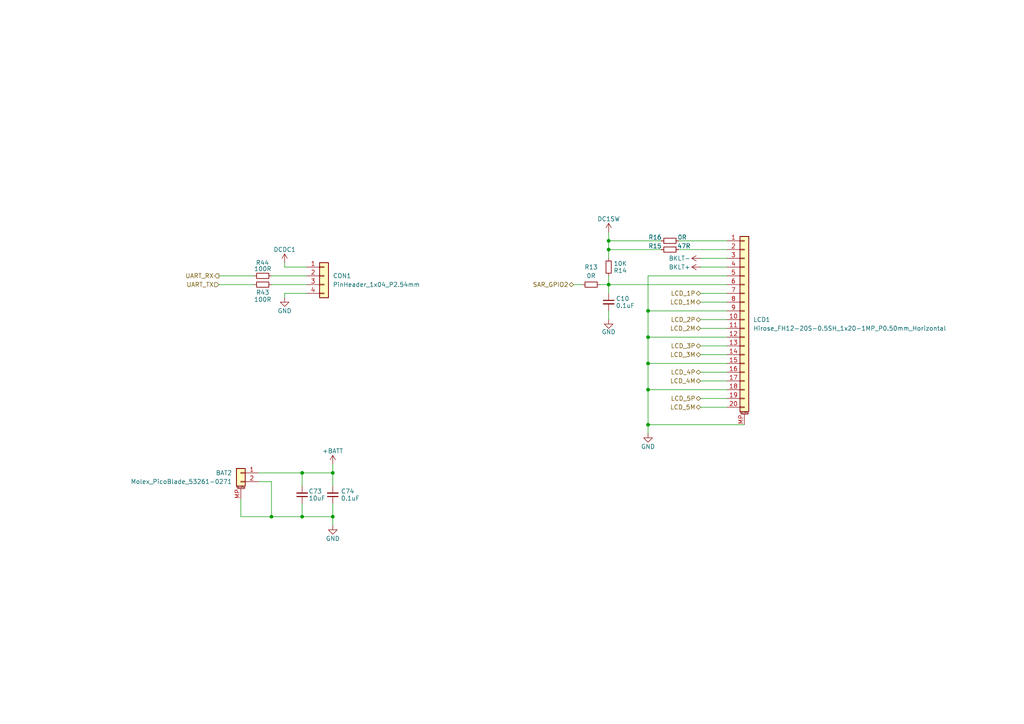
<source format=kicad_sch>
(kicad_sch (version 20231120) (generator "eeschema") (generator_version "8.0")
  (paper "A4")
  (lib_symbols
    (symbol "Connector_Generic:Conn_01x04" (pin_names (offset 1.016) hide)
      (property "Reference" "J" (at 0 5.08 0))
      (property "Value" "Conn_01x04" (at 0 -7.62 0))
      (symbol "Conn_01x04_1_1"
        (rectangle (start -1.27 -4.953) (end 0 -5.207) (stroke (width 0.1524)))
        (rectangle (start -1.27 -2.413) (end 0 -2.667) (stroke (width 0.1524)))
        (rectangle (start -1.27 0.127) (end 0 -0.127) (stroke (width 0.1524)))
        (rectangle (start -1.27 2.667) (end 0 2.413) (stroke (width 0.1524)))
        (rectangle (start -1.27 3.81) (end 1.27 -6.35) (stroke (width 0.254)) (fill (type background)))
        (pin passive line (at -5.08 2.54 0) (length 3.81) (name "Pin_1") (number "1"))
        (pin passive line (at -5.08 0 0) (length 3.81) (name "Pin_2") (number "2"))
        (pin passive line (at -5.08 -2.54 0) (length 3.81) (name "Pin_3") (number "3"))
        (pin passive line (at -5.08 -5.08 0) (length 3.81) (name "Pin_4") (number "4"))
      )
    )
    (symbol "Connector_Generic_MountingPin:Conn_01x02_MountingPin" (pin_names (offset 1.016) hide)
      (property "Reference" "J" (at 0 2.54 0))
      (property "Value" "Conn_01x02_MountingPin" (at 1.27 -5.08 0))
      (symbol "Conn_01x02_MountingPin_1_1"
        (rectangle (start -1.27 -2.413) (end 0 -2.667) (stroke (width 0.1524)))
        (rectangle (start -1.27 0.127) (end 0 -0.127) (stroke (width 0.1524)))
        (rectangle (start -1.27 1.27) (end 1.27 -3.81) (stroke (width 0.254)) (fill (type background)))
        (polyline (pts (xy -1.016 -4.572) (xy 1.016 -4.572)) (stroke (width 0.1524)))
        (text "Mounting" (at 0 -4.191 0) (effects (font (size 0.381 0.381))))
        (pin passive line (at -5.08 0 0) (length 3.81) (name "Pin_1") (number "1"))
        (pin passive line (at -5.08 -2.54 0) (length 3.81) (name "Pin_2") (number "2"))
        (pin passive line (at 0 -7.62 90) (length 3.048) (name "MountPin") (number "MP"))
      )
    )
    (symbol "Connector_Generic_MountingPin:Conn_01x20_MountingPin" (pin_names (offset 1.016) hide)
      (property "Reference" "J" (at 0 25.4 0))
      (property "Value" "Conn_01x20_MountingPin" (at 1.27 -27.94 0))
      (symbol "Conn_01x20_MountingPin_1_1"
        (rectangle (start -1.27 -25.273) (end 0 -25.527) (stroke (width 0.1524)))
        (rectangle (start -1.27 -22.733) (end 0 -22.987) (stroke (width 0.1524)))
        (rectangle (start -1.27 -20.193) (end 0 -20.447) (stroke (width 0.1524)))
        (rectangle (start -1.27 -17.653) (end 0 -17.907) (stroke (width 0.1524)))
        (rectangle (start -1.27 -15.113) (end 0 -15.367) (stroke (width 0.1524)))
        (rectangle (start -1.27 -12.573) (end 0 -12.827) (stroke (width 0.1524)))
        (rectangle (start -1.27 -10.033) (end 0 -10.287) (stroke (width 0.1524)))
        (rectangle (start -1.27 -7.493) (end 0 -7.747) (stroke (width 0.1524)))
        (rectangle (start -1.27 -4.953) (end 0 -5.207) (stroke (width 0.1524)))
        (rectangle (start -1.27 -2.413) (end 0 -2.667) (stroke (width 0.1524)))
        (rectangle (start -1.27 0.127) (end 0 -0.127) (stroke (width 0.1524)))
        (rectangle (start -1.27 2.667) (end 0 2.413) (stroke (width 0.1524)))
        (rectangle (start -1.27 5.207) (end 0 4.953) (stroke (width 0.1524)))
        (rectangle (start -1.27 7.747) (end 0 7.493) (stroke (width 0.1524)))
        (rectangle (start -1.27 10.287) (end 0 10.033) (stroke (width 0.1524)))
        (rectangle (start -1.27 12.827) (end 0 12.573) (stroke (width 0.1524)))
        (rectangle (start -1.27 15.367) (end 0 15.113) (stroke (width 0.1524)))
        (rectangle (start -1.27 17.907) (end 0 17.653) (stroke (width 0.1524)))
        (rectangle (start -1.27 20.447) (end 0 20.193) (stroke (width 0.1524)))
        (rectangle (start -1.27 22.987) (end 0 22.733) (stroke (width 0.1524)))
        (rectangle (start -1.27 24.13) (end 1.27 -26.67) (stroke (width 0.254)) (fill (type background)))
        (polyline (pts (xy -1.016 -27.432) (xy 1.016 -27.432)) (stroke (width 0.1524)))
        (text "Mounting" (at 0 -27.051 0) (effects (font (size 0.381 0.381))))
        (pin passive line (at -5.08 22.86 0) (length 3.81) (name "Pin_1") (number "1"))
        (pin passive line (at -5.08 0 0) (length 3.81) (name "Pin_10") (number "10"))
        (pin passive line (at -5.08 -2.54 0) (length 3.81) (name "Pin_11") (number "11"))
        (pin passive line (at -5.08 -5.08 0) (length 3.81) (name "Pin_12") (number "12"))
        (pin passive line (at -5.08 -7.62 0) (length 3.81) (name "Pin_13") (number "13"))
        (pin passive line (at -5.08 -10.16 0) (length 3.81) (name "Pin_14") (number "14"))
        (pin passive line (at -5.08 -12.7 0) (length 3.81) (name "Pin_15") (number "15"))
        (pin passive line (at -5.08 -15.24 0) (length 3.81) (name "Pin_16") (number "16"))
        (pin passive line (at -5.08 -17.78 0) (length 3.81) (name "Pin_17") (number "17"))
        (pin passive line (at -5.08 -20.32 0) (length 3.81) (name "Pin_18") (number "18"))
        (pin passive line (at -5.08 -22.86 0) (length 3.81) (name "Pin_19") (number "19"))
        (pin passive line (at -5.08 20.32 0) (length 3.81) (name "Pin_2") (number "2"))
        (pin passive line (at -5.08 -25.4 0) (length 3.81) (name "Pin_20") (number "20"))
        (pin passive line (at -5.08 17.78 0) (length 3.81) (name "Pin_3") (number "3"))
        (pin passive line (at -5.08 15.24 0) (length 3.81) (name "Pin_4") (number "4"))
        (pin passive line (at -5.08 12.7 0) (length 3.81) (name "Pin_5") (number "5"))
        (pin passive line (at -5.08 10.16 0) (length 3.81) (name "Pin_6") (number "6"))
        (pin passive line (at -5.08 7.62 0) (length 3.81) (name "Pin_7") (number "7"))
        (pin passive line (at -5.08 5.08 0) (length 3.81) (name "Pin_8") (number "8"))
        (pin passive line (at -5.08 2.54 0) (length 3.81) (name "Pin_9") (number "9"))
        (pin passive line (at 0 -30.48 90) (length 3.048) (name "MountPin") (number "MP"))
      )
    )
    (symbol "Device:C_Small" (pin_numbers hide) (pin_names (offset 0.254) hide)
      (property "Reference" "C" (at 0.254 1.778 0))
      (property "Value" "C_Small" (at 0.254 -2.032 0))
      (symbol "C_Small_0_1"
        (polyline (pts (xy -1.524 -0.508) (xy 1.524 -0.508)) (stroke (width 0.3302)))
        (polyline (pts (xy -1.524 0.508) (xy 1.524 0.508)) (stroke (width 0.3048)))
      )
      (symbol "C_Small_1_1"
        (pin passive line (at 0 2.54 270) (length 2.032) (name "~") (number "1"))
        (pin passive line (at 0 -2.54 90) (length 2.032) (name "~") (number "2"))
      )
    )
    (symbol "Device:R_Small" (pin_numbers hide) (pin_names (offset 0.254) hide)
      (property "Reference" "R" (at 0.762 0.508 0))
      (property "Value" "R_Small" (at 0.762 -1.016 0))
      (symbol "R_Small_0_1"
        (rectangle (start -0.762 1.778) (end 0.762 -1.778) (stroke (width 0.2032)))
      )
      (symbol "R_Small_1_1"
        (pin passive line (at 0 2.54 270) (length 0.762) (name "~") (number "1"))
        (pin passive line (at 0 -2.54 90) (length 0.762) (name "~") (number "2"))
      )
    )
    (symbol "power:+BATT" (power) (pin_numbers hide) (pin_names (offset 0) hide)
      (property "Value" "+BATT" (at 0 3.556 0))
      (symbol "+BATT_0_1"
        (polyline (pts (xy -0.762 1.27) (xy 0 2.54)))
        (polyline (pts (xy 0 0) (xy 0 2.54)))
        (polyline (pts (xy 0 2.54) (xy 0.762 1.27)))
      )
      (symbol "+BATT_1_1"
        (pin power_in line (at 0 0 90) (length 0) (name "~") (number "1"))
      )
    )
    (symbol "power:GND" (power) (pin_numbers hide) (pin_names (offset 0) hide)
      (property "Value" "GND" (at 0 -3.81 0))
      (symbol "GND_0_1"
        (polyline (pts (xy 0 0) (xy 0 -1.27) (xy 1.27 -1.27) (xy 0 -2.54) (xy -1.27 -1.27) (xy 0 -1.27)))
      )
      (symbol "GND_1_1"
        (pin power_in line (at 0 0 270) (length 0) (name "~") (number "1"))
      )
    )
    (symbol "power:VCC" (power) (pin_numbers hide) (pin_names (offset 0) hide)
      (property "Value" "VCC" (at 0 3.556 0))
      (symbol "VCC_0_1"
        (polyline (pts (xy -0.762 1.27) (xy 0 2.54)))
        (polyline (pts (xy 0 0) (xy 0 2.54)))
        (polyline (pts (xy 0 2.54) (xy 0.762 1.27)))
      )
      (symbol "VCC_1_1"
        (pin power_in line (at 0 0 90) (length 0) (name "~") (number "1"))
      )
    )
  )
  (junction (at 176.53 82.55))
  (junction (at 78.74 149.86))
  (junction (at 187.96 113.03))
  (junction (at 187.96 90.17))
  (junction (at 187.96 105.41))
  (junction (at 87.63 149.86))
  (junction (at 96.52 137.16))
  (junction (at 96.52 149.86))
  (junction (at 187.96 97.79))
  (junction (at 176.53 69.85))
  (junction (at 187.96 123.19))
  (junction (at 87.63 137.16))
  (junction (at 176.53 72.39))
  (wire (pts (xy 203.2 95.25) (xy 210.82 95.25)))
  (wire (pts (xy 187.96 123.19) (xy 215.9 123.19)))
  (wire (pts (xy 69.85 149.86) (xy 78.74 149.86)))
  (wire (pts (xy 187.96 97.79) (xy 210.82 97.79)))
  (wire (pts (xy 88.9 85.09) (xy 82.55 85.09)))
  (wire (pts (xy 187.96 97.79) (xy 187.96 105.41)))
  (wire (pts (xy 96.52 146.05) (xy 96.52 149.86)))
  (wire (pts (xy 203.2 107.95) (xy 210.82 107.95)))
  (wire (pts (xy 173.99 82.55) (xy 176.53 82.55)))
  (wire (pts (xy 176.53 72.39) (xy 176.53 74.93)))
  (wire (pts (xy 74.93 139.7) (xy 78.74 139.7)))
  (wire (pts (xy 96.52 152.4) (xy 96.52 149.86)))
  (wire (pts (xy 166.37 82.55) (xy 168.91 82.55)))
  (wire (pts (xy 187.96 123.19) (xy 187.96 125.73)))
  (wire (pts (xy 96.52 134.62) (xy 96.52 137.16)))
  (wire (pts (xy 82.55 77.47) (xy 88.9 77.47)))
  (wire (pts (xy 203.2 87.63) (xy 210.82 87.63)))
  (wire (pts (xy 203.2 85.09) (xy 210.82 85.09)))
  (wire (pts (xy 210.82 80.01) (xy 187.96 80.01)))
  (wire (pts (xy 187.96 105.41) (xy 187.96 113.03)))
  (wire (pts (xy 203.2 74.93) (xy 210.82 74.93)))
  (wire (pts (xy 176.53 90.17) (xy 176.53 92.71)))
  (wire (pts (xy 203.2 115.57) (xy 210.82 115.57)))
  (wire (pts (xy 87.63 146.05) (xy 87.63 149.86)))
  (wire (pts (xy 87.63 137.16) (xy 87.63 140.97)))
  (wire (pts (xy 196.85 72.39) (xy 210.82 72.39)))
  (wire (pts (xy 78.74 82.55) (xy 88.9 82.55)))
  (wire (pts (xy 187.96 90.17) (xy 187.96 97.79)))
  (wire (pts (xy 176.53 72.39) (xy 191.77 72.39)))
  (wire (pts (xy 74.93 137.16) (xy 87.63 137.16)))
  (wire (pts (xy 176.53 67.31) (xy 176.53 69.85)))
  (wire (pts (xy 196.85 69.85) (xy 210.82 69.85)))
  (wire (pts (xy 203.2 77.47) (xy 210.82 77.47)))
  (wire (pts (xy 176.53 80.01) (xy 176.53 82.55)))
  (wire (pts (xy 78.74 80.01) (xy 88.9 80.01)))
  (wire (pts (xy 203.2 118.11) (xy 210.82 118.11)))
  (wire (pts (xy 203.2 92.71) (xy 210.82 92.71)))
  (wire (pts (xy 63.5 82.55) (xy 73.66 82.55)))
  (wire (pts (xy 187.96 80.01) (xy 187.96 90.17)))
  (wire (pts (xy 96.52 137.16) (xy 96.52 140.97)))
  (wire (pts (xy 203.2 102.87) (xy 210.82 102.87)))
  (wire (pts (xy 78.74 149.86) (xy 87.63 149.86)))
  (wire (pts (xy 78.74 139.7) (xy 78.74 149.86)))
  (wire (pts (xy 176.53 82.55) (xy 210.82 82.55)))
  (wire (pts (xy 176.53 69.85) (xy 176.53 72.39)))
  (wire (pts (xy 87.63 149.86) (xy 96.52 149.86)))
  (wire (pts (xy 203.2 110.49) (xy 210.82 110.49)))
  (wire (pts (xy 187.96 113.03) (xy 210.82 113.03)))
  (wire (pts (xy 203.2 100.33) (xy 210.82 100.33)))
  (wire (pts (xy 82.55 76.2) (xy 82.55 77.47)))
  (wire (pts (xy 187.96 105.41) (xy 210.82 105.41)))
  (wire (pts (xy 82.55 85.09) (xy 82.55 86.36)))
  (wire (pts (xy 176.53 82.55) (xy 176.53 85.09)))
  (wire (pts (xy 87.63 137.16) (xy 96.52 137.16)))
  (wire (pts (xy 191.77 69.85) (xy 176.53 69.85)))
  (wire (pts (xy 63.5 80.01) (xy 73.66 80.01)))
  (wire (pts (xy 187.96 90.17) (xy 210.82 90.17)))
  (wire (pts (xy 187.96 113.03) (xy 187.96 123.19)))
  (wire (pts (xy 69.85 144.78) (xy 69.85 149.86)))
  (hierarchical_label "LCD_2M" (shape bidirectional) (at 203.2 95.25 180))
  (hierarchical_label "LCD_1M" (shape bidirectional) (at 203.2 87.63 180))
  (hierarchical_label "LCD_5M" (shape bidirectional) (at 203.2 118.11 180))
  (hierarchical_label "UART_TX" (shape input) (at 63.5 82.55 180))
  (hierarchical_label "LCD_2P" (shape bidirectional) (at 203.2 92.71 180))
  (hierarchical_label "LCD_4P" (shape bidirectional) (at 203.2 107.95 180))
  (hierarchical_label "LCD_3M" (shape bidirectional) (at 203.2 102.87 180))
  (hierarchical_label "LCD_4M" (shape bidirectional) (at 203.2 110.49 180))
  (hierarchical_label "LCD_3P" (shape bidirectional) (at 203.2 100.33 180))
  (hierarchical_label "UART_RX" (shape output) (at 63.5 80.01 180))
  (hierarchical_label "LCD_5P" (shape bidirectional) (at 203.2 115.57 180))
  (hierarchical_label "SAR_GPIO2" (shape bidirectional) (at 166.37 82.55 180))
  (hierarchical_label "LCD_1P" (shape bidirectional) (at 203.2 85.09 180))
  (symbol (lib_id "power:GND") (at 187.96 125.73 0) (unit 1)
    (property "Reference" "#PWR073" (effects (hide yes)))
    (property "Value" "GND" (at 189.992 129.54 0) (effects (justify right)))
    (property "Description" "Power symbol creates a global label with name \"GND\" , ground" (effects (hide yes)))
  )
  (symbol (lib_id "Connector_Generic_MountingPin:Conn_01x02_MountingPin") (at 69.85 137.16 0) (mirror y) (unit 1)
    (property "Reference" "BAT2" (at 67.31 137.1599 0) (effects (justify left)))
    (property "Value" "Molex_PicoBlade_53261-0271" (at 67.31 139.6999 0) (effects (justify left)))
    (property "Footprint" "Connector_Molex:Molex_PicoBlade_53261-0271_1x02-1MP_P1.25mm_Horizontal" (effects (hide yes)))
    (property "Description" "Generic connectable mounting pin connector, single row, 01x02, script generated (kicad-library-utils/schlib/autogen/connector/)" (effects (hide yes)))
  )
  (symbol (lib_id "Device:R_Small") (at 176.53 77.47 0) (unit 1)
    (property "Reference" "R14" (at 181.864 78.486 0) (effects (justify right)))
    (property "Value" "10K" (at 181.864 76.454 0) (effects (justify right)))
    (property "Footprint" "Resistor_SMD:R_0402_1005Metric" (effects (hide yes)))
  )
  (symbol (lib_id "Device:R_Small") (at 76.2 80.01 90) (mirror x) (unit 1)
    (property "Reference" "R44" (at 74.168 76.2 90) (effects (justify right)))
    (property "Value" "100R" (at 73.66 77.978 90) (effects (justify right)))
    (property "Footprint" "Resistor_SMD:R_0402_1005Metric" (effects (hide yes)))
  )
  (symbol (lib_id "Device:R_Small") (at 194.31 72.39 90) (unit 1)
    (property "Reference" "R15" (at 189.992 71.374 90))
    (property "Value" "47R" (at 198.374 71.374 90))
    (property "Footprint" "Resistor_SMD:R_0402_1005Metric" (effects (hide yes)))
  )
  (symbol (lib_id "Connector_Generic:Conn_01x04") (at 93.98 80.01 0) (unit 1)
    (property "Reference" "CON1" (at 96.52 80.0099 0) (effects (justify left)))
    (property "Value" "PinHeader_1x04_P2.54mm" (at 96.52 82.5499 0) (effects (justify left)))
    (property "Footprint" "Connector_PinHeader_2.54mm:PinHeader_1x04_P2.54mm_Vertical" (effects (hide yes)))
  )
  (symbol (lib_id "power:VCC") (at 176.53 67.31 0) (unit 1)
    (property "Reference" "#PWR0107" (effects (hide yes)))
    (property "Value" "DC1SW" (at 176.53 63.5 0))
    (property "Description" "Power symbol creates a global label with name \"VCC\"" (effects (hide yes)))
  )
  (symbol (lib_id "power:VCC") (at 203.2 74.93 90) (mirror x) (unit 1)
    (property "Reference" "#PWR0108" (effects (hide yes)))
    (property "Value" "BKLT-" (at 197.104 74.93 90))
    (property "Description" "Power symbol creates a global label with name \"VCC\"" (effects (hide yes)))
  )
  (symbol (lib_id "Connector_Generic_MountingPin:Conn_01x20_MountingPin") (at 215.9 92.71 0) (unit 1)
    (property "Reference" "LCD1" (at 218.44 92.7099 0) (effects (justify left)))
    (property "Value" "Hirose_FH12-20S-0.5SH_1x20-1MP_P0.50mm_Horizontal" (at 218.44 95.2499 0) (effects (justify left)))
    (property "Footprint" "Connector_FFC-FPC:Hirose_FH12-20S-0.5SH_1x20-1MP_P0.50mm_Horizontal" (effects (hide yes)))
    (property "Description" "Generic connectable mounting pin connector, single row, 01x20, script generated (kicad-library-utils/schlib/autogen/connector/)" (effects (hide yes)))
  )
  (symbol (lib_id "Device:R_Small") (at 194.31 69.85 90) (unit 1)
    (property "Reference" "R16" (at 189.992 68.834 90))
    (property "Value" "0R" (at 197.866 68.834 90))
    (property "Footprint" "Resistor_SMD:R_0402_1005Metric" (effects (hide yes)))
  )
  (symbol (lib_id "power:VCC") (at 82.55 76.2 0) (unit 1)
    (property "Reference" "#PWR012" (effects (hide yes)))
    (property "Value" "DCDC1" (at 82.55 72.39 0))
    (property "Description" "Power symbol creates a global label with name \"VCC\"" (effects (hide yes)))
  )
  (symbol (lib_id "power:GND") (at 176.53 92.71 0) (mirror y) (unit 1)
    (property "Reference" "#PWR046" (effects (hide yes)))
    (property "Value" "GND" (at 176.53 96.266 0))
    (property "Description" "Power symbol creates a global label with name \"GND\" , ground" (effects (hide yes)))
  )
  (symbol (lib_id "Device:R_Small") (at 171.45 82.55 90) (mirror x) (unit 1)
    (property "Reference" "R13" (at 171.45 77.47 90))
    (property "Value" "0R" (at 171.45 80.01 90))
    (property "Footprint" "Resistor_SMD:R_0402_1005Metric" (effects (hide yes)))
  )
  (symbol (lib_id "Device:C_Small") (at 96.52 143.51 180) (unit 1)
    (property "Reference" "C74" (at 100.838 142.494 0))
    (property "Value" "0.1uF" (at 101.6 144.526 0))
    (property "Footprint" "Capacitor_SMD:C_0402_1005Metric" (effects (hide yes)))
  )
  (symbol (lib_id "power:+BATT") (at 96.52 134.62 0) (unit 1)
    (property "Reference" "#PWR033" (effects (hide yes)))
    (property "Value" "+BATT" (at 96.52 130.81 0))
    (property "Description" "Power symbol creates a global label with name \"+BATT\"" (effects (hide yes)))
  )
  (symbol (lib_id "power:VCC") (at 203.2 77.47 90) (mirror x) (unit 1)
    (property "Reference" "#PWR0109" (effects (hide yes)))
    (property "Value" "BKLT+" (at 197.104 77.47 90))
    (property "Description" "Power symbol creates a global label with name \"VCC\"" (effects (hide yes)))
  )
  (symbol (lib_id "Device:R_Small") (at 76.2 82.55 90) (unit 1)
    (property "Reference" "R43" (at 76.2 84.836 90))
    (property "Value" "100R" (at 76.2 86.868 90))
    (property "Footprint" "Resistor_SMD:R_0402_1005Metric" (effects (hide yes)))
  )
  (symbol (lib_id "Device:C_Small") (at 176.53 87.63 0) (mirror y) (unit 1)
    (property "Reference" "C10" (at 180.594 86.614 0))
    (property "Value" "0.1uF" (at 181.356 88.646 0))
    (property "Footprint" "Capacitor_SMD:C_0402_1005Metric" (effects (hide yes)))
  )
  (symbol (lib_id "power:GND") (at 82.55 86.36 0) (unit 1)
    (property "Reference" "#PWR016" (effects (hide yes)))
    (property "Value" "GND" (at 82.55 90.17 0))
    (property "Description" "Power symbol creates a global label with name \"GND\" , ground" (effects (hide yes)))
  )
  (symbol (lib_id "power:GND") (at 96.52 152.4 0) (unit 1)
    (property "Reference" "#PWR034" (effects (hide yes)))
    (property "Value" "GND" (at 96.52 156.21 0))
    (property "Description" "Power symbol creates a global label with name \"GND\" , ground" (effects (hide yes)))
  )
  (symbol (lib_id "Device:C_Small") (at 87.63 143.51 180) (unit 1)
    (property "Reference" "C73" (at 91.44 142.494 0))
    (property "Value" "10uF" (at 91.948 144.526 0))
    (property "Footprint" "Capacitor_SMD:C_0603_1608Metric" (effects (hide yes)))
  )
)
</source>
